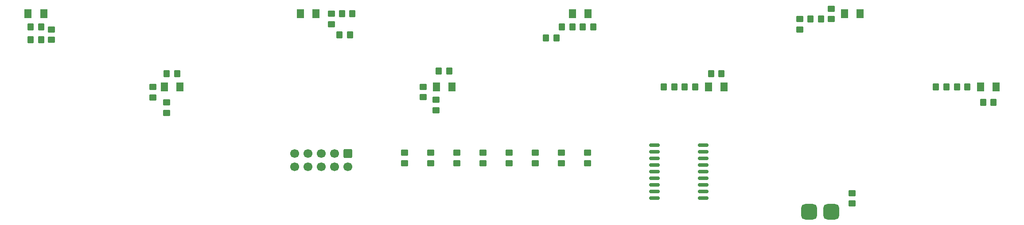
<source format=gbr>
%TF.GenerationSoftware,KiCad,Pcbnew,7.0.9*%
%TF.CreationDate,2024-06-20T14:31:36+03:00*%
%TF.ProjectId,_____ ____ __________,1f3b3042-3020-4443-9e42-3e2041323542,rev?*%
%TF.SameCoordinates,Original*%
%TF.FileFunction,Soldermask,Top*%
%TF.FilePolarity,Negative*%
%FSLAX46Y46*%
G04 Gerber Fmt 4.6, Leading zero omitted, Abs format (unit mm)*
G04 Created by KiCad (PCBNEW 7.0.9) date 2024-06-20 14:31:36*
%MOMM*%
%LPD*%
G01*
G04 APERTURE LIST*
G04 Aperture macros list*
%AMRoundRect*
0 Rectangle with rounded corners*
0 $1 Rounding radius*
0 $2 $3 $4 $5 $6 $7 $8 $9 X,Y pos of 4 corners*
0 Add a 4 corners polygon primitive as box body*
4,1,4,$2,$3,$4,$5,$6,$7,$8,$9,$2,$3,0*
0 Add four circle primitives for the rounded corners*
1,1,$1+$1,$2,$3*
1,1,$1+$1,$4,$5*
1,1,$1+$1,$6,$7*
1,1,$1+$1,$8,$9*
0 Add four rect primitives between the rounded corners*
20,1,$1+$1,$2,$3,$4,$5,0*
20,1,$1+$1,$4,$5,$6,$7,0*
20,1,$1+$1,$6,$7,$8,$9,0*
20,1,$1+$1,$8,$9,$2,$3,0*%
G04 Aperture macros list end*
%ADD10RoundRect,0.250000X0.450000X-0.350000X0.450000X0.350000X-0.450000X0.350000X-0.450000X-0.350000X0*%
%ADD11RoundRect,0.250001X-0.462499X-0.624999X0.462499X-0.624999X0.462499X0.624999X-0.462499X0.624999X0*%
%ADD12RoundRect,0.250001X0.462499X0.624999X-0.462499X0.624999X-0.462499X-0.624999X0.462499X-0.624999X0*%
%ADD13RoundRect,0.250000X-0.450000X0.350000X-0.450000X-0.350000X0.450000X-0.350000X0.450000X0.350000X0*%
%ADD14RoundRect,0.250000X-0.350000X-0.450000X0.350000X-0.450000X0.350000X0.450000X-0.350000X0.450000X0*%
%ADD15RoundRect,0.250000X-0.600000X0.600000X-0.600000X-0.600000X0.600000X-0.600000X0.600000X0.600000X0*%
%ADD16C,1.700000*%
%ADD17RoundRect,0.250000X0.350000X0.450000X-0.350000X0.450000X-0.350000X-0.450000X0.350000X-0.450000X0*%
%ADD18RoundRect,0.150000X0.875000X0.150000X-0.875000X0.150000X-0.875000X-0.150000X0.875000X-0.150000X0*%
%ADD19RoundRect,0.750000X0.750000X0.750000X-0.750000X0.750000X-0.750000X-0.750000X0.750000X-0.750000X0*%
G04 APERTURE END LIST*
D10*
%TO.C,C30*%
X138420000Y-82657500D03*
X138420000Y-80657500D03*
%TD*%
D11*
%TO.C,Q7*%
X187525000Y-54000000D03*
X190500000Y-54000000D03*
%TD*%
D12*
%TO.C,Q3*%
X86500000Y-54000000D03*
X83525000Y-54000000D03*
%TD*%
D10*
%TO.C,C32*%
X123420000Y-82657500D03*
X123420000Y-80657500D03*
%TD*%
%TO.C,C29*%
X128420000Y-82657500D03*
X128420000Y-80657500D03*
%TD*%
D13*
%TO.C,C26*%
X179000000Y-55000000D03*
X179000000Y-57000000D03*
%TD*%
D14*
%TO.C,C7*%
X137500000Y-56500000D03*
X139500000Y-56500000D03*
%TD*%
D10*
%TO.C,C34*%
X103420000Y-82657500D03*
X103420000Y-80657500D03*
%TD*%
D14*
%TO.C,R15*%
X181000000Y-55000000D03*
X183000000Y-55000000D03*
%TD*%
D15*
%TO.C,J2*%
X92580000Y-80802500D03*
D16*
X92580000Y-83342500D03*
X90040000Y-80802500D03*
X90040000Y-83342500D03*
X87500000Y-80802500D03*
X87500000Y-83342500D03*
X84960000Y-80802500D03*
X84960000Y-83342500D03*
X82420000Y-80802500D03*
X82420000Y-83342500D03*
%TD*%
D14*
%TO.C,C1*%
X32000000Y-56500000D03*
X34000000Y-56500000D03*
%TD*%
D17*
%TO.C,C24*%
X132500000Y-58600000D03*
X130500000Y-58600000D03*
%TD*%
D10*
%TO.C,R12*%
X107000000Y-70000000D03*
X107000000Y-68000000D03*
%TD*%
D14*
%TO.C,C22*%
X91000000Y-58000000D03*
X93000000Y-58000000D03*
%TD*%
D17*
%TO.C,C20*%
X207000000Y-68000000D03*
X205000000Y-68000000D03*
%TD*%
D14*
%TO.C,C4*%
X58000000Y-65500000D03*
X60000000Y-65500000D03*
%TD*%
D17*
%TO.C,R9*%
X34000000Y-59000000D03*
X32000000Y-59000000D03*
%TD*%
D10*
%TO.C,C28*%
X118420000Y-82657500D03*
X118420000Y-80657500D03*
%TD*%
%TO.C,R10*%
X55375000Y-70025000D03*
X55375000Y-68025000D03*
%TD*%
%TO.C,C27*%
X108420000Y-82657500D03*
X108420000Y-80657500D03*
%TD*%
D11*
%TO.C,Q4*%
X109512500Y-68000000D03*
X112487500Y-68000000D03*
%TD*%
%TO.C,Q8*%
X213525000Y-68000000D03*
X216500000Y-68000000D03*
%TD*%
D10*
%TO.C,C2*%
X189000000Y-90400000D03*
X189000000Y-88400000D03*
%TD*%
%TO.C,C31*%
X133420000Y-82657500D03*
X133420000Y-80657500D03*
%TD*%
D17*
%TO.C,C23*%
X155000000Y-68000000D03*
X153000000Y-68000000D03*
%TD*%
D14*
%TO.C,C8*%
X162000000Y-65500000D03*
X164000000Y-65500000D03*
%TD*%
D11*
%TO.C,Q5*%
X135525000Y-54000000D03*
X138500000Y-54000000D03*
%TD*%
D10*
%TO.C,C21*%
X36000000Y-59000000D03*
X36000000Y-57000000D03*
%TD*%
D14*
%TO.C,R14*%
X157000000Y-68000000D03*
X159000000Y-68000000D03*
%TD*%
%TO.C,C5*%
X91500000Y-54000000D03*
X93500000Y-54000000D03*
%TD*%
%TO.C,C10*%
X214000000Y-71000000D03*
X216000000Y-71000000D03*
%TD*%
%TO.C,C6*%
X110000000Y-65000000D03*
X112000000Y-65000000D03*
%TD*%
D10*
%TO.C,R11*%
X89500000Y-56000000D03*
X89500000Y-54000000D03*
%TD*%
D11*
%TO.C,Q6*%
X161525000Y-68000000D03*
X164500000Y-68000000D03*
%TD*%
D18*
%TO.C,U1*%
X160500000Y-89390000D03*
X160500000Y-88120000D03*
X160500000Y-86850000D03*
X160500000Y-85580000D03*
X160500000Y-84310000D03*
X160500000Y-83040000D03*
X160500000Y-81770000D03*
X160500000Y-80500000D03*
X160500000Y-79230000D03*
X151200000Y-79230000D03*
X151200000Y-80500000D03*
X151200000Y-81770000D03*
X151200000Y-83040000D03*
X151200000Y-84310000D03*
X151200000Y-85580000D03*
X151200000Y-86850000D03*
X151200000Y-88120000D03*
X151200000Y-89390000D03*
%TD*%
D14*
%TO.C,R13*%
X133500000Y-56500000D03*
X135500000Y-56500000D03*
%TD*%
D11*
%TO.C,Q2*%
X57525000Y-68000000D03*
X60500000Y-68000000D03*
%TD*%
D10*
%TO.C,C9*%
X185000000Y-55000000D03*
X185000000Y-53000000D03*
%TD*%
D13*
%TO.C,C25*%
X109500000Y-70500000D03*
X109500000Y-72500000D03*
%TD*%
D14*
%TO.C,R16*%
X209000000Y-68000000D03*
X211000000Y-68000000D03*
%TD*%
D10*
%TO.C,C33*%
X113420000Y-82657500D03*
X113420000Y-80657500D03*
%TD*%
D19*
%TO.C,J1*%
X185000000Y-92000000D03*
X180725000Y-92000000D03*
%TD*%
D13*
%TO.C,C19*%
X58000000Y-71000000D03*
X58000000Y-73000000D03*
%TD*%
D11*
%TO.C,Q1*%
X31525000Y-54000000D03*
X34500000Y-54000000D03*
%TD*%
M02*

</source>
